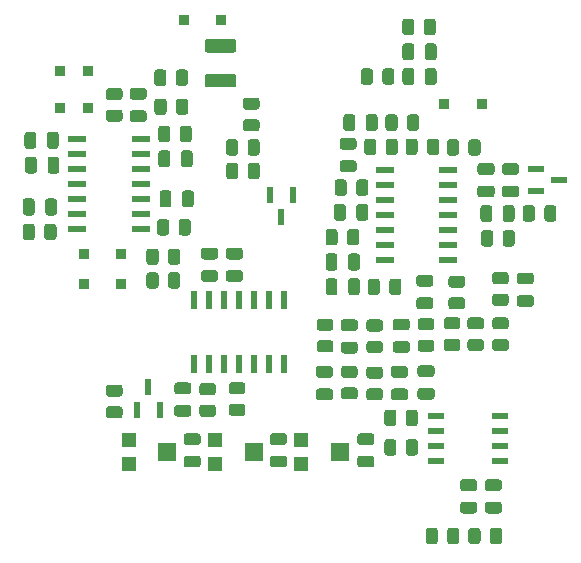
<source format=gtp>
G04 #@! TF.GenerationSoftware,KiCad,Pcbnew,(5.1.8)-1*
G04 #@! TF.CreationDate,2022-11-27T15:04:07-05:00*
G04 #@! TF.ProjectId,oc2Clone,6f633243-6c6f-46e6-952e-6b696361645f,rev?*
G04 #@! TF.SameCoordinates,Original*
G04 #@! TF.FileFunction,Paste,Top*
G04 #@! TF.FilePolarity,Positive*
%FSLAX46Y46*%
G04 Gerber Fmt 4.6, Leading zero omitted, Abs format (unit mm)*
G04 Created by KiCad (PCBNEW (5.1.8)-1) date 2022-11-27 15:04:07*
%MOMM*%
%LPD*%
G01*
G04 APERTURE LIST*
%ADD10R,1.500000X1.600000*%
%ADD11R,1.200000X1.200000*%
%ADD12R,1.460500X0.558800*%
%ADD13R,1.422400X0.558800*%
%ADD14R,0.558800X1.422400*%
%ADD15R,0.550000X1.500000*%
%ADD16R,1.500000X0.550000*%
%ADD17R,0.900000X0.950000*%
%ADD18R,0.950000X0.900000*%
G04 APERTURE END LIST*
D10*
X128500000Y-91300000D03*
D11*
X125250000Y-92300000D03*
X125250000Y-90300000D03*
D10*
X113900000Y-91300000D03*
D11*
X110650000Y-92300000D03*
X110650000Y-90300000D03*
D10*
X121200000Y-91300000D03*
D11*
X117950000Y-92300000D03*
X117950000Y-90300000D03*
G36*
G01*
X117299999Y-59275000D02*
X119500001Y-59275000D01*
G75*
G02*
X119750000Y-59524999I0J-249999D01*
G01*
X119750000Y-60175001D01*
G75*
G02*
X119500001Y-60425000I-249999J0D01*
G01*
X117299999Y-60425000D01*
G75*
G02*
X117050000Y-60175001I0J249999D01*
G01*
X117050000Y-59524999D01*
G75*
G02*
X117299999Y-59275000I249999J0D01*
G01*
G37*
G36*
G01*
X117299999Y-56325000D02*
X119500001Y-56325000D01*
G75*
G02*
X119750000Y-56574999I0J-249999D01*
G01*
X119750000Y-57225001D01*
G75*
G02*
X119500001Y-57475000I-249999J0D01*
G01*
X117299999Y-57475000D01*
G75*
G02*
X117050000Y-57225001I0J249999D01*
G01*
X117050000Y-56574999D01*
G75*
G02*
X117299999Y-56325000I249999J0D01*
G01*
G37*
D12*
X136600000Y-92070000D03*
X136600000Y-90800000D03*
X136600000Y-89530000D03*
X136600000Y-88260000D03*
X142048300Y-88260000D03*
X142048300Y-89530000D03*
X142048300Y-90800000D03*
X142048300Y-92070000D03*
D13*
X145130000Y-67300000D03*
X145130000Y-69205000D03*
X147060400Y-68252500D03*
D14*
X124505000Y-69500000D03*
X122600000Y-69500000D03*
X123552500Y-71430400D03*
X111347500Y-87730400D03*
X113252500Y-87730400D03*
X112300000Y-85800000D03*
D15*
X116160000Y-83800000D03*
X117430000Y-83800000D03*
X118700000Y-83800000D03*
X119970000Y-83800000D03*
X121240000Y-83800000D03*
X122510000Y-83800000D03*
X123780000Y-83800000D03*
X123780000Y-78400000D03*
X122510000Y-78400000D03*
X121240000Y-78400000D03*
X119970000Y-78400000D03*
X118700000Y-78400000D03*
X117430000Y-78400000D03*
X116160000Y-78400000D03*
D16*
X137700000Y-75070000D03*
X137700000Y-73800000D03*
X137700000Y-72530000D03*
X137700000Y-71260000D03*
X137700000Y-69990000D03*
X137700000Y-68720000D03*
X137700000Y-67450000D03*
X132300000Y-67450000D03*
X132300000Y-68720000D03*
X132300000Y-69990000D03*
X132300000Y-71260000D03*
X132300000Y-72530000D03*
X132300000Y-73800000D03*
X132300000Y-75070000D03*
G36*
G01*
X116995000Y-75890000D02*
X117945000Y-75890000D01*
G75*
G02*
X118195000Y-76140000I0J-250000D01*
G01*
X118195000Y-76640000D01*
G75*
G02*
X117945000Y-76890000I-250000J0D01*
G01*
X116995000Y-76890000D01*
G75*
G02*
X116745000Y-76640000I0J250000D01*
G01*
X116745000Y-76140000D01*
G75*
G02*
X116995000Y-75890000I250000J0D01*
G01*
G37*
G36*
G01*
X116995000Y-73990000D02*
X117945000Y-73990000D01*
G75*
G02*
X118195000Y-74240000I0J-250000D01*
G01*
X118195000Y-74740000D01*
G75*
G02*
X117945000Y-74990000I-250000J0D01*
G01*
X116995000Y-74990000D01*
G75*
G02*
X116745000Y-74740000I0J250000D01*
G01*
X116745000Y-74240000D01*
G75*
G02*
X116995000Y-73990000I250000J0D01*
G01*
G37*
G36*
G01*
X119095000Y-75890000D02*
X120045000Y-75890000D01*
G75*
G02*
X120295000Y-76140000I0J-250000D01*
G01*
X120295000Y-76640000D01*
G75*
G02*
X120045000Y-76890000I-250000J0D01*
G01*
X119095000Y-76890000D01*
G75*
G02*
X118845000Y-76640000I0J250000D01*
G01*
X118845000Y-76140000D01*
G75*
G02*
X119095000Y-75890000I250000J0D01*
G01*
G37*
G36*
G01*
X119095000Y-73990000D02*
X120045000Y-73990000D01*
G75*
G02*
X120295000Y-74240000I0J-250000D01*
G01*
X120295000Y-74740000D01*
G75*
G02*
X120045000Y-74990000I-250000J0D01*
G01*
X119095000Y-74990000D01*
G75*
G02*
X118845000Y-74740000I0J250000D01*
G01*
X118845000Y-74240000D01*
G75*
G02*
X119095000Y-73990000I250000J0D01*
G01*
G37*
G36*
G01*
X136787500Y-97949998D02*
X136787500Y-98850002D01*
G75*
G02*
X136537502Y-99100000I-249998J0D01*
G01*
X136012498Y-99100000D01*
G75*
G02*
X135762500Y-98850002I0J249998D01*
G01*
X135762500Y-97949998D01*
G75*
G02*
X136012498Y-97700000I249998J0D01*
G01*
X136537502Y-97700000D01*
G75*
G02*
X136787500Y-97949998I0J-249998D01*
G01*
G37*
G36*
G01*
X138612500Y-97949998D02*
X138612500Y-98850002D01*
G75*
G02*
X138362502Y-99100000I-249998J0D01*
G01*
X137837498Y-99100000D01*
G75*
G02*
X137587500Y-98850002I0J249998D01*
G01*
X137587500Y-97949998D01*
G75*
G02*
X137837498Y-97700000I249998J0D01*
G01*
X138362502Y-97700000D01*
G75*
G02*
X138612500Y-97949998I0J-249998D01*
G01*
G37*
G36*
G01*
X123775000Y-90700000D02*
X122825000Y-90700000D01*
G75*
G02*
X122575000Y-90450000I0J250000D01*
G01*
X122575000Y-89950000D01*
G75*
G02*
X122825000Y-89700000I250000J0D01*
G01*
X123775000Y-89700000D01*
G75*
G02*
X124025000Y-89950000I0J-250000D01*
G01*
X124025000Y-90450000D01*
G75*
G02*
X123775000Y-90700000I-250000J0D01*
G01*
G37*
G36*
G01*
X123775000Y-92600000D02*
X122825000Y-92600000D01*
G75*
G02*
X122575000Y-92350000I0J250000D01*
G01*
X122575000Y-91850000D01*
G75*
G02*
X122825000Y-91600000I250000J0D01*
G01*
X123775000Y-91600000D01*
G75*
G02*
X124025000Y-91850000I0J-250000D01*
G01*
X124025000Y-92350000D01*
G75*
G02*
X123775000Y-92600000I-250000J0D01*
G01*
G37*
G36*
G01*
X131175000Y-90700000D02*
X130225000Y-90700000D01*
G75*
G02*
X129975000Y-90450000I0J250000D01*
G01*
X129975000Y-89950000D01*
G75*
G02*
X130225000Y-89700000I250000J0D01*
G01*
X131175000Y-89700000D01*
G75*
G02*
X131425000Y-89950000I0J-250000D01*
G01*
X131425000Y-90450000D01*
G75*
G02*
X131175000Y-90700000I-250000J0D01*
G01*
G37*
G36*
G01*
X131175000Y-92600000D02*
X130225000Y-92600000D01*
G75*
G02*
X129975000Y-92350000I0J250000D01*
G01*
X129975000Y-91850000D01*
G75*
G02*
X130225000Y-91600000I250000J0D01*
G01*
X131175000Y-91600000D01*
G75*
G02*
X131425000Y-91850000I0J-250000D01*
G01*
X131425000Y-92350000D01*
G75*
G02*
X131175000Y-92600000I-250000J0D01*
G01*
G37*
G36*
G01*
X129200000Y-75675000D02*
X129200000Y-74725000D01*
G75*
G02*
X129450000Y-74475000I250000J0D01*
G01*
X129950000Y-74475000D01*
G75*
G02*
X130200000Y-74725000I0J-250000D01*
G01*
X130200000Y-75675000D01*
G75*
G02*
X129950000Y-75925000I-250000J0D01*
G01*
X129450000Y-75925000D01*
G75*
G02*
X129200000Y-75675000I0J250000D01*
G01*
G37*
G36*
G01*
X127300000Y-75675000D02*
X127300000Y-74725000D01*
G75*
G02*
X127550000Y-74475000I250000J0D01*
G01*
X128050000Y-74475000D01*
G75*
G02*
X128300000Y-74725000I0J-250000D01*
G01*
X128300000Y-75675000D01*
G75*
G02*
X128050000Y-75925000I-250000J0D01*
G01*
X127550000Y-75925000D01*
G75*
G02*
X127300000Y-75675000I0J250000D01*
G01*
G37*
G36*
G01*
X116475000Y-90700000D02*
X115525000Y-90700000D01*
G75*
G02*
X115275000Y-90450000I0J250000D01*
G01*
X115275000Y-89950000D01*
G75*
G02*
X115525000Y-89700000I250000J0D01*
G01*
X116475000Y-89700000D01*
G75*
G02*
X116725000Y-89950000I0J-250000D01*
G01*
X116725000Y-90450000D01*
G75*
G02*
X116475000Y-90700000I-250000J0D01*
G01*
G37*
G36*
G01*
X116475000Y-92600000D02*
X115525000Y-92600000D01*
G75*
G02*
X115275000Y-92350000I0J250000D01*
G01*
X115275000Y-91850000D01*
G75*
G02*
X115525000Y-91600000I250000J0D01*
G01*
X116475000Y-91600000D01*
G75*
G02*
X116725000Y-91850000I0J-250000D01*
G01*
X116725000Y-92350000D01*
G75*
G02*
X116475000Y-92600000I-250000J0D01*
G01*
G37*
G36*
G01*
X143725000Y-78000000D02*
X144675000Y-78000000D01*
G75*
G02*
X144925000Y-78250000I0J-250000D01*
G01*
X144925000Y-78750000D01*
G75*
G02*
X144675000Y-79000000I-250000J0D01*
G01*
X143725000Y-79000000D01*
G75*
G02*
X143475000Y-78750000I0J250000D01*
G01*
X143475000Y-78250000D01*
G75*
G02*
X143725000Y-78000000I250000J0D01*
G01*
G37*
G36*
G01*
X143725000Y-76100000D02*
X144675000Y-76100000D01*
G75*
G02*
X144925000Y-76350000I0J-250000D01*
G01*
X144925000Y-76850000D01*
G75*
G02*
X144675000Y-77100000I-250000J0D01*
G01*
X143725000Y-77100000D01*
G75*
G02*
X143475000Y-76850000I0J250000D01*
G01*
X143475000Y-76350000D01*
G75*
G02*
X143725000Y-76100000I250000J0D01*
G01*
G37*
G36*
G01*
X134800000Y-59025000D02*
X134800000Y-59975000D01*
G75*
G02*
X134550000Y-60225000I-250000J0D01*
G01*
X134050000Y-60225000D01*
G75*
G02*
X133800000Y-59975000I0J250000D01*
G01*
X133800000Y-59025000D01*
G75*
G02*
X134050000Y-58775000I250000J0D01*
G01*
X134550000Y-58775000D01*
G75*
G02*
X134800000Y-59025000I0J-250000D01*
G01*
G37*
G36*
G01*
X136700000Y-59025000D02*
X136700000Y-59975000D01*
G75*
G02*
X136450000Y-60225000I-250000J0D01*
G01*
X135950000Y-60225000D01*
G75*
G02*
X135700000Y-59975000I0J250000D01*
G01*
X135700000Y-59025000D01*
G75*
G02*
X135950000Y-58775000I250000J0D01*
G01*
X136450000Y-58775000D01*
G75*
G02*
X136700000Y-59025000I0J-250000D01*
G01*
G37*
G36*
G01*
X128825000Y-81950000D02*
X129775000Y-81950000D01*
G75*
G02*
X130025000Y-82200000I0J-250000D01*
G01*
X130025000Y-82700000D01*
G75*
G02*
X129775000Y-82950000I-250000J0D01*
G01*
X128825000Y-82950000D01*
G75*
G02*
X128575000Y-82700000I0J250000D01*
G01*
X128575000Y-82200000D01*
G75*
G02*
X128825000Y-81950000I250000J0D01*
G01*
G37*
G36*
G01*
X128825000Y-80050000D02*
X129775000Y-80050000D01*
G75*
G02*
X130025000Y-80300000I0J-250000D01*
G01*
X130025000Y-80800000D01*
G75*
G02*
X129775000Y-81050000I-250000J0D01*
G01*
X128825000Y-81050000D01*
G75*
G02*
X128575000Y-80800000I0J250000D01*
G01*
X128575000Y-80300000D01*
G75*
G02*
X128825000Y-80050000I250000J0D01*
G01*
G37*
G36*
G01*
X134800000Y-56925000D02*
X134800000Y-57875000D01*
G75*
G02*
X134550000Y-58125000I-250000J0D01*
G01*
X134050000Y-58125000D01*
G75*
G02*
X133800000Y-57875000I0J250000D01*
G01*
X133800000Y-56925000D01*
G75*
G02*
X134050000Y-56675000I250000J0D01*
G01*
X134550000Y-56675000D01*
G75*
G02*
X134800000Y-56925000I0J-250000D01*
G01*
G37*
G36*
G01*
X136700000Y-56925000D02*
X136700000Y-57875000D01*
G75*
G02*
X136450000Y-58125000I-250000J0D01*
G01*
X135950000Y-58125000D01*
G75*
G02*
X135700000Y-57875000I0J250000D01*
G01*
X135700000Y-56925000D01*
G75*
G02*
X135950000Y-56675000I250000J0D01*
G01*
X136450000Y-56675000D01*
G75*
G02*
X136700000Y-56925000I0J-250000D01*
G01*
G37*
G36*
G01*
X129200000Y-77775000D02*
X129200000Y-76825000D01*
G75*
G02*
X129450000Y-76575000I250000J0D01*
G01*
X129950000Y-76575000D01*
G75*
G02*
X130200000Y-76825000I0J-250000D01*
G01*
X130200000Y-77775000D01*
G75*
G02*
X129950000Y-78025000I-250000J0D01*
G01*
X129450000Y-78025000D01*
G75*
G02*
X129200000Y-77775000I0J250000D01*
G01*
G37*
G36*
G01*
X127300000Y-77775000D02*
X127300000Y-76825000D01*
G75*
G02*
X127550000Y-76575000I250000J0D01*
G01*
X128050000Y-76575000D01*
G75*
G02*
X128300000Y-76825000I0J-250000D01*
G01*
X128300000Y-77775000D01*
G75*
G02*
X128050000Y-78025000I-250000J0D01*
G01*
X127550000Y-78025000D01*
G75*
G02*
X127300000Y-77775000I0J250000D01*
G01*
G37*
G36*
G01*
X141975000Y-94600000D02*
X141025000Y-94600000D01*
G75*
G02*
X140775000Y-94350000I0J250000D01*
G01*
X140775000Y-93850000D01*
G75*
G02*
X141025000Y-93600000I250000J0D01*
G01*
X141975000Y-93600000D01*
G75*
G02*
X142225000Y-93850000I0J-250000D01*
G01*
X142225000Y-94350000D01*
G75*
G02*
X141975000Y-94600000I-250000J0D01*
G01*
G37*
G36*
G01*
X141975000Y-96500000D02*
X141025000Y-96500000D01*
G75*
G02*
X140775000Y-96250000I0J250000D01*
G01*
X140775000Y-95750000D01*
G75*
G02*
X141025000Y-95500000I250000J0D01*
G01*
X141975000Y-95500000D01*
G75*
G02*
X142225000Y-95750000I0J-250000D01*
G01*
X142225000Y-96250000D01*
G75*
G02*
X141975000Y-96500000I-250000J0D01*
G01*
G37*
G36*
G01*
X139875000Y-94600000D02*
X138925000Y-94600000D01*
G75*
G02*
X138675000Y-94350000I0J250000D01*
G01*
X138675000Y-93850000D01*
G75*
G02*
X138925000Y-93600000I250000J0D01*
G01*
X139875000Y-93600000D01*
G75*
G02*
X140125000Y-93850000I0J-250000D01*
G01*
X140125000Y-94350000D01*
G75*
G02*
X139875000Y-94600000I-250000J0D01*
G01*
G37*
G36*
G01*
X139875000Y-96500000D02*
X138925000Y-96500000D01*
G75*
G02*
X138675000Y-96250000I0J250000D01*
G01*
X138675000Y-95750000D01*
G75*
G02*
X138925000Y-95500000I250000J0D01*
G01*
X139875000Y-95500000D01*
G75*
G02*
X140125000Y-95750000I0J-250000D01*
G01*
X140125000Y-96250000D01*
G75*
G02*
X139875000Y-96500000I-250000J0D01*
G01*
G37*
G36*
G01*
X110945000Y-62360000D02*
X111895000Y-62360000D01*
G75*
G02*
X112145000Y-62610000I0J-250000D01*
G01*
X112145000Y-63110000D01*
G75*
G02*
X111895000Y-63360000I-250000J0D01*
G01*
X110945000Y-63360000D01*
G75*
G02*
X110695000Y-63110000I0J250000D01*
G01*
X110695000Y-62610000D01*
G75*
G02*
X110945000Y-62360000I250000J0D01*
G01*
G37*
G36*
G01*
X110945000Y-60460000D02*
X111895000Y-60460000D01*
G75*
G02*
X112145000Y-60710000I0J-250000D01*
G01*
X112145000Y-61210000D01*
G75*
G02*
X111895000Y-61460000I-250000J0D01*
G01*
X110945000Y-61460000D01*
G75*
G02*
X110695000Y-61210000I0J250000D01*
G01*
X110695000Y-60710000D01*
G75*
G02*
X110945000Y-60460000I250000J0D01*
G01*
G37*
G36*
G01*
X103550000Y-71015000D02*
X103550000Y-70065000D01*
G75*
G02*
X103800000Y-69815000I250000J0D01*
G01*
X104300000Y-69815000D01*
G75*
G02*
X104550000Y-70065000I0J-250000D01*
G01*
X104550000Y-71015000D01*
G75*
G02*
X104300000Y-71265000I-250000J0D01*
G01*
X103800000Y-71265000D01*
G75*
G02*
X103550000Y-71015000I0J250000D01*
G01*
G37*
G36*
G01*
X101650000Y-71015000D02*
X101650000Y-70065000D01*
G75*
G02*
X101900000Y-69815000I250000J0D01*
G01*
X102400000Y-69815000D01*
G75*
G02*
X102650000Y-70065000I0J-250000D01*
G01*
X102650000Y-71015000D01*
G75*
G02*
X102400000Y-71265000I-250000J0D01*
G01*
X101900000Y-71265000D01*
G75*
G02*
X101650000Y-71015000I0J250000D01*
G01*
G37*
G36*
G01*
X134175000Y-81000000D02*
X133225000Y-81000000D01*
G75*
G02*
X132975000Y-80750000I0J250000D01*
G01*
X132975000Y-80250000D01*
G75*
G02*
X133225000Y-80000000I250000J0D01*
G01*
X134175000Y-80000000D01*
G75*
G02*
X134425000Y-80250000I0J-250000D01*
G01*
X134425000Y-80750000D01*
G75*
G02*
X134175000Y-81000000I-250000J0D01*
G01*
G37*
G36*
G01*
X134175000Y-82900000D02*
X133225000Y-82900000D01*
G75*
G02*
X132975000Y-82650000I0J250000D01*
G01*
X132975000Y-82150000D01*
G75*
G02*
X133225000Y-81900000I250000J0D01*
G01*
X134175000Y-81900000D01*
G75*
G02*
X134425000Y-82150000I0J-250000D01*
G01*
X134425000Y-82650000D01*
G75*
G02*
X134175000Y-82900000I-250000J0D01*
G01*
G37*
G36*
G01*
X133075000Y-85900000D02*
X134025000Y-85900000D01*
G75*
G02*
X134275000Y-86150000I0J-250000D01*
G01*
X134275000Y-86650000D01*
G75*
G02*
X134025000Y-86900000I-250000J0D01*
G01*
X133075000Y-86900000D01*
G75*
G02*
X132825000Y-86650000I0J250000D01*
G01*
X132825000Y-86150000D01*
G75*
G02*
X133075000Y-85900000I250000J0D01*
G01*
G37*
G36*
G01*
X133075000Y-84000000D02*
X134025000Y-84000000D01*
G75*
G02*
X134275000Y-84250000I0J-250000D01*
G01*
X134275000Y-84750000D01*
G75*
G02*
X134025000Y-85000000I-250000J0D01*
G01*
X133075000Y-85000000D01*
G75*
G02*
X132825000Y-84750000I0J250000D01*
G01*
X132825000Y-84250000D01*
G75*
G02*
X133075000Y-84000000I250000J0D01*
G01*
G37*
G36*
G01*
X142300000Y-71575000D02*
X142300000Y-70625000D01*
G75*
G02*
X142550000Y-70375000I250000J0D01*
G01*
X143050000Y-70375000D01*
G75*
G02*
X143300000Y-70625000I0J-250000D01*
G01*
X143300000Y-71575000D01*
G75*
G02*
X143050000Y-71825000I-250000J0D01*
G01*
X142550000Y-71825000D01*
G75*
G02*
X142300000Y-71575000I0J250000D01*
G01*
G37*
G36*
G01*
X140400000Y-71575000D02*
X140400000Y-70625000D01*
G75*
G02*
X140650000Y-70375000I250000J0D01*
G01*
X141150000Y-70375000D01*
G75*
G02*
X141400000Y-70625000I0J-250000D01*
G01*
X141400000Y-71575000D01*
G75*
G02*
X141150000Y-71825000I-250000J0D01*
G01*
X140650000Y-71825000D01*
G75*
G02*
X140400000Y-71575000I0J250000D01*
G01*
G37*
G36*
G01*
X103750000Y-67475000D02*
X103750000Y-66525000D01*
G75*
G02*
X104000000Y-66275000I250000J0D01*
G01*
X104500000Y-66275000D01*
G75*
G02*
X104750000Y-66525000I0J-250000D01*
G01*
X104750000Y-67475000D01*
G75*
G02*
X104500000Y-67725000I-250000J0D01*
G01*
X104000000Y-67725000D01*
G75*
G02*
X103750000Y-67475000I0J250000D01*
G01*
G37*
G36*
G01*
X101850000Y-67475000D02*
X101850000Y-66525000D01*
G75*
G02*
X102100000Y-66275000I250000J0D01*
G01*
X102600000Y-66275000D01*
G75*
G02*
X102850000Y-66525000I0J-250000D01*
G01*
X102850000Y-67475000D01*
G75*
G02*
X102600000Y-67725000I-250000J0D01*
G01*
X102100000Y-67725000D01*
G75*
G02*
X101850000Y-67475000I0J250000D01*
G01*
G37*
G36*
G01*
X103700000Y-65375000D02*
X103700000Y-64425000D01*
G75*
G02*
X103950000Y-64175000I250000J0D01*
G01*
X104450000Y-64175000D01*
G75*
G02*
X104700000Y-64425000I0J-250000D01*
G01*
X104700000Y-65375000D01*
G75*
G02*
X104450000Y-65625000I-250000J0D01*
G01*
X103950000Y-65625000D01*
G75*
G02*
X103700000Y-65375000I0J250000D01*
G01*
G37*
G36*
G01*
X101800000Y-65375000D02*
X101800000Y-64425000D01*
G75*
G02*
X102050000Y-64175000I250000J0D01*
G01*
X102550000Y-64175000D01*
G75*
G02*
X102800000Y-64425000I0J-250000D01*
G01*
X102800000Y-65375000D01*
G75*
G02*
X102550000Y-65625000I-250000J0D01*
G01*
X102050000Y-65625000D01*
G75*
G02*
X101800000Y-65375000I0J250000D01*
G01*
G37*
G36*
G01*
X127675000Y-85000000D02*
X126725000Y-85000000D01*
G75*
G02*
X126475000Y-84750000I0J250000D01*
G01*
X126475000Y-84250000D01*
G75*
G02*
X126725000Y-84000000I250000J0D01*
G01*
X127675000Y-84000000D01*
G75*
G02*
X127925000Y-84250000I0J-250000D01*
G01*
X127925000Y-84750000D01*
G75*
G02*
X127675000Y-85000000I-250000J0D01*
G01*
G37*
G36*
G01*
X127675000Y-86900000D02*
X126725000Y-86900000D01*
G75*
G02*
X126475000Y-86650000I0J250000D01*
G01*
X126475000Y-86150000D01*
G75*
G02*
X126725000Y-85900000I250000J0D01*
G01*
X127675000Y-85900000D01*
G75*
G02*
X127925000Y-86150000I0J-250000D01*
G01*
X127925000Y-86650000D01*
G75*
G02*
X127675000Y-86900000I-250000J0D01*
G01*
G37*
G36*
G01*
X136275000Y-84950000D02*
X135325000Y-84950000D01*
G75*
G02*
X135075000Y-84700000I0J250000D01*
G01*
X135075000Y-84200000D01*
G75*
G02*
X135325000Y-83950000I250000J0D01*
G01*
X136275000Y-83950000D01*
G75*
G02*
X136525000Y-84200000I0J-250000D01*
G01*
X136525000Y-84700000D01*
G75*
G02*
X136275000Y-84950000I-250000J0D01*
G01*
G37*
G36*
G01*
X136275000Y-86850000D02*
X135325000Y-86850000D01*
G75*
G02*
X135075000Y-86600000I0J250000D01*
G01*
X135075000Y-86100000D01*
G75*
G02*
X135325000Y-85850000I250000J0D01*
G01*
X136275000Y-85850000D01*
G75*
G02*
X136525000Y-86100000I0J-250000D01*
G01*
X136525000Y-86600000D01*
G75*
G02*
X136275000Y-86850000I-250000J0D01*
G01*
G37*
G36*
G01*
X136175000Y-77300000D02*
X135225000Y-77300000D01*
G75*
G02*
X134975000Y-77050000I0J250000D01*
G01*
X134975000Y-76550000D01*
G75*
G02*
X135225000Y-76300000I250000J0D01*
G01*
X136175000Y-76300000D01*
G75*
G02*
X136425000Y-76550000I0J-250000D01*
G01*
X136425000Y-77050000D01*
G75*
G02*
X136175000Y-77300000I-250000J0D01*
G01*
G37*
G36*
G01*
X136175000Y-79200000D02*
X135225000Y-79200000D01*
G75*
G02*
X134975000Y-78950000I0J250000D01*
G01*
X134975000Y-78450000D01*
G75*
G02*
X135225000Y-78200000I250000J0D01*
G01*
X136175000Y-78200000D01*
G75*
G02*
X136425000Y-78450000I0J-250000D01*
G01*
X136425000Y-78950000D01*
G75*
G02*
X136175000Y-79200000I-250000J0D01*
G01*
G37*
G36*
G01*
X127700002Y-81037500D02*
X126799998Y-81037500D01*
G75*
G02*
X126550000Y-80787502I0J249998D01*
G01*
X126550000Y-80262498D01*
G75*
G02*
X126799998Y-80012500I249998J0D01*
G01*
X127700002Y-80012500D01*
G75*
G02*
X127950000Y-80262498I0J-249998D01*
G01*
X127950000Y-80787502D01*
G75*
G02*
X127700002Y-81037500I-249998J0D01*
G01*
G37*
G36*
G01*
X127700002Y-82862500D02*
X126799998Y-82862500D01*
G75*
G02*
X126550000Y-82612502I0J249998D01*
G01*
X126550000Y-82087498D01*
G75*
G02*
X126799998Y-81837500I249998J0D01*
G01*
X127700002Y-81837500D01*
G75*
G02*
X127950000Y-82087498I0J-249998D01*
G01*
X127950000Y-82612502D01*
G75*
G02*
X127700002Y-82862500I-249998J0D01*
G01*
G37*
G36*
G01*
X129112500Y-73550002D02*
X129112500Y-72649998D01*
G75*
G02*
X129362498Y-72400000I249998J0D01*
G01*
X129887502Y-72400000D01*
G75*
G02*
X130137500Y-72649998I0J-249998D01*
G01*
X130137500Y-73550002D01*
G75*
G02*
X129887502Y-73800000I-249998J0D01*
G01*
X129362498Y-73800000D01*
G75*
G02*
X129112500Y-73550002I0J249998D01*
G01*
G37*
G36*
G01*
X127287500Y-73550002D02*
X127287500Y-72649998D01*
G75*
G02*
X127537498Y-72400000I249998J0D01*
G01*
X128062502Y-72400000D01*
G75*
G02*
X128312500Y-72649998I0J-249998D01*
G01*
X128312500Y-73550002D01*
G75*
G02*
X128062502Y-73800000I-249998J0D01*
G01*
X127537498Y-73800000D01*
G75*
G02*
X127287500Y-73550002I0J249998D01*
G01*
G37*
G36*
G01*
X130700000Y-63875000D02*
X130700000Y-62925000D01*
G75*
G02*
X130950000Y-62675000I250000J0D01*
G01*
X131450000Y-62675000D01*
G75*
G02*
X131700000Y-62925000I0J-250000D01*
G01*
X131700000Y-63875000D01*
G75*
G02*
X131450000Y-64125000I-250000J0D01*
G01*
X130950000Y-64125000D01*
G75*
G02*
X130700000Y-63875000I0J250000D01*
G01*
G37*
G36*
G01*
X128800000Y-63875000D02*
X128800000Y-62925000D01*
G75*
G02*
X129050000Y-62675000I250000J0D01*
G01*
X129550000Y-62675000D01*
G75*
G02*
X129800000Y-62925000I0J-250000D01*
G01*
X129800000Y-63875000D01*
G75*
G02*
X129550000Y-64125000I-250000J0D01*
G01*
X129050000Y-64125000D01*
G75*
G02*
X128800000Y-63875000I0J250000D01*
G01*
G37*
D17*
X109990000Y-74560000D03*
X106840000Y-74560000D03*
G36*
G01*
X129900000Y-71475000D02*
X129900000Y-70525000D01*
G75*
G02*
X130150000Y-70275000I250000J0D01*
G01*
X130650000Y-70275000D01*
G75*
G02*
X130900000Y-70525000I0J-250000D01*
G01*
X130900000Y-71475000D01*
G75*
G02*
X130650000Y-71725000I-250000J0D01*
G01*
X130150000Y-71725000D01*
G75*
G02*
X129900000Y-71475000I0J250000D01*
G01*
G37*
G36*
G01*
X128000000Y-71475000D02*
X128000000Y-70525000D01*
G75*
G02*
X128250000Y-70275000I250000J0D01*
G01*
X128750000Y-70275000D01*
G75*
G02*
X129000000Y-70525000I0J-250000D01*
G01*
X129000000Y-71475000D01*
G75*
G02*
X128750000Y-71725000I-250000J0D01*
G01*
X128250000Y-71725000D01*
G75*
G02*
X128000000Y-71475000I0J250000D01*
G01*
G37*
G36*
G01*
X141487500Y-72749998D02*
X141487500Y-73650002D01*
G75*
G02*
X141237502Y-73900000I-249998J0D01*
G01*
X140712498Y-73900000D01*
G75*
G02*
X140462500Y-73650002I0J249998D01*
G01*
X140462500Y-72749998D01*
G75*
G02*
X140712498Y-72500000I249998J0D01*
G01*
X141237502Y-72500000D01*
G75*
G02*
X141487500Y-72749998I0J-249998D01*
G01*
G37*
G36*
G01*
X143312500Y-72749998D02*
X143312500Y-73650002D01*
G75*
G02*
X143062502Y-73900000I-249998J0D01*
G01*
X142537498Y-73900000D01*
G75*
G02*
X142287500Y-73650002I0J249998D01*
G01*
X142287500Y-72749998D01*
G75*
G02*
X142537498Y-72500000I249998J0D01*
G01*
X143062502Y-72500000D01*
G75*
G02*
X143312500Y-72749998I0J-249998D01*
G01*
G37*
G36*
G01*
X142475000Y-68725000D02*
X143425000Y-68725000D01*
G75*
G02*
X143675000Y-68975000I0J-250000D01*
G01*
X143675000Y-69475000D01*
G75*
G02*
X143425000Y-69725000I-250000J0D01*
G01*
X142475000Y-69725000D01*
G75*
G02*
X142225000Y-69475000I0J250000D01*
G01*
X142225000Y-68975000D01*
G75*
G02*
X142475000Y-68725000I250000J0D01*
G01*
G37*
G36*
G01*
X142475000Y-66825000D02*
X143425000Y-66825000D01*
G75*
G02*
X143675000Y-67075000I0J-250000D01*
G01*
X143675000Y-67575000D01*
G75*
G02*
X143425000Y-67825000I-250000J0D01*
G01*
X142475000Y-67825000D01*
G75*
G02*
X142225000Y-67575000I0J250000D01*
G01*
X142225000Y-67075000D01*
G75*
G02*
X142475000Y-66825000I250000J0D01*
G01*
G37*
X118450000Y-54700000D03*
X115300000Y-54700000D03*
G36*
G01*
X114240000Y-69385000D02*
X114240000Y-70335000D01*
G75*
G02*
X113990000Y-70585000I-250000J0D01*
G01*
X113490000Y-70585000D01*
G75*
G02*
X113240000Y-70335000I0J250000D01*
G01*
X113240000Y-69385000D01*
G75*
G02*
X113490000Y-69135000I250000J0D01*
G01*
X113990000Y-69135000D01*
G75*
G02*
X114240000Y-69385000I0J-250000D01*
G01*
G37*
G36*
G01*
X116140000Y-69385000D02*
X116140000Y-70335000D01*
G75*
G02*
X115890000Y-70585000I-250000J0D01*
G01*
X115390000Y-70585000D01*
G75*
G02*
X115140000Y-70335000I0J250000D01*
G01*
X115140000Y-69385000D01*
G75*
G02*
X115390000Y-69135000I250000J0D01*
G01*
X115890000Y-69135000D01*
G75*
G02*
X116140000Y-69385000I0J-250000D01*
G01*
G37*
D18*
X104800000Y-59050000D03*
X104800000Y-62200000D03*
D17*
X140500000Y-61800000D03*
X137350000Y-61800000D03*
G36*
G01*
X114725000Y-87300000D02*
X115675000Y-87300000D01*
G75*
G02*
X115925000Y-87550000I0J-250000D01*
G01*
X115925000Y-88050000D01*
G75*
G02*
X115675000Y-88300000I-250000J0D01*
G01*
X114725000Y-88300000D01*
G75*
G02*
X114475000Y-88050000I0J250000D01*
G01*
X114475000Y-87550000D01*
G75*
G02*
X114725000Y-87300000I250000J0D01*
G01*
G37*
G36*
G01*
X114725000Y-85400000D02*
X115675000Y-85400000D01*
G75*
G02*
X115925000Y-85650000I0J-250000D01*
G01*
X115925000Y-86150000D01*
G75*
G02*
X115675000Y-86400000I-250000J0D01*
G01*
X114725000Y-86400000D01*
G75*
G02*
X114475000Y-86150000I0J250000D01*
G01*
X114475000Y-85650000D01*
G75*
G02*
X114725000Y-85400000I250000J0D01*
G01*
G37*
G36*
G01*
X134812500Y-54849998D02*
X134812500Y-55750002D01*
G75*
G02*
X134562502Y-56000000I-249998J0D01*
G01*
X134037498Y-56000000D01*
G75*
G02*
X133787500Y-55750002I0J249998D01*
G01*
X133787500Y-54849998D01*
G75*
G02*
X134037498Y-54600000I249998J0D01*
G01*
X134562502Y-54600000D01*
G75*
G02*
X134812500Y-54849998I0J-249998D01*
G01*
G37*
G36*
G01*
X136637500Y-54849998D02*
X136637500Y-55750002D01*
G75*
G02*
X136387502Y-56000000I-249998J0D01*
G01*
X135862498Y-56000000D01*
G75*
G02*
X135612500Y-55750002I0J249998D01*
G01*
X135612500Y-54849998D01*
G75*
G02*
X135862498Y-54600000I249998J0D01*
G01*
X136387502Y-54600000D01*
G75*
G02*
X136637500Y-54849998I0J-249998D01*
G01*
G37*
G36*
G01*
X130999998Y-81887500D02*
X131900002Y-81887500D01*
G75*
G02*
X132150000Y-82137498I0J-249998D01*
G01*
X132150000Y-82662502D01*
G75*
G02*
X131900002Y-82912500I-249998J0D01*
G01*
X130999998Y-82912500D01*
G75*
G02*
X130750000Y-82662502I0J249998D01*
G01*
X130750000Y-82137498D01*
G75*
G02*
X130999998Y-81887500I249998J0D01*
G01*
G37*
G36*
G01*
X130999998Y-80062500D02*
X131900002Y-80062500D01*
G75*
G02*
X132150000Y-80312498I0J-249998D01*
G01*
X132150000Y-80837502D01*
G75*
G02*
X131900002Y-81087500I-249998J0D01*
G01*
X130999998Y-81087500D01*
G75*
G02*
X130750000Y-80837502I0J249998D01*
G01*
X130750000Y-80312498D01*
G75*
G02*
X130999998Y-80062500I249998J0D01*
G01*
G37*
G36*
G01*
X141649998Y-81712500D02*
X142550002Y-81712500D01*
G75*
G02*
X142800000Y-81962498I0J-249998D01*
G01*
X142800000Y-82487502D01*
G75*
G02*
X142550002Y-82737500I-249998J0D01*
G01*
X141649998Y-82737500D01*
G75*
G02*
X141400000Y-82487502I0J249998D01*
G01*
X141400000Y-81962498D01*
G75*
G02*
X141649998Y-81712500I249998J0D01*
G01*
G37*
G36*
G01*
X141649998Y-79887500D02*
X142550002Y-79887500D01*
G75*
G02*
X142800000Y-80137498I0J-249998D01*
G01*
X142800000Y-80662502D01*
G75*
G02*
X142550002Y-80912500I-249998J0D01*
G01*
X141649998Y-80912500D01*
G75*
G02*
X141400000Y-80662502I0J249998D01*
G01*
X141400000Y-80137498D01*
G75*
G02*
X141649998Y-79887500I249998J0D01*
G01*
G37*
G36*
G01*
X131300000Y-59049998D02*
X131300000Y-59950002D01*
G75*
G02*
X131050002Y-60200000I-249998J0D01*
G01*
X130524998Y-60200000D01*
G75*
G02*
X130275000Y-59950002I0J249998D01*
G01*
X130275000Y-59049998D01*
G75*
G02*
X130524998Y-58800000I249998J0D01*
G01*
X131050002Y-58800000D01*
G75*
G02*
X131300000Y-59049998I0J-249998D01*
G01*
G37*
G36*
G01*
X133125000Y-59049998D02*
X133125000Y-59950002D01*
G75*
G02*
X132875002Y-60200000I-249998J0D01*
G01*
X132349998Y-60200000D01*
G75*
G02*
X132100000Y-59950002I0J249998D01*
G01*
X132100000Y-59049998D01*
G75*
G02*
X132349998Y-58800000I249998J0D01*
G01*
X132875002Y-58800000D01*
G75*
G02*
X133125000Y-59049998I0J-249998D01*
G01*
G37*
G36*
G01*
X140400000Y-68725000D02*
X141350000Y-68725000D01*
G75*
G02*
X141600000Y-68975000I0J-250000D01*
G01*
X141600000Y-69475000D01*
G75*
G02*
X141350000Y-69725000I-250000J0D01*
G01*
X140400000Y-69725000D01*
G75*
G02*
X140150000Y-69475000I0J250000D01*
G01*
X140150000Y-68975000D01*
G75*
G02*
X140400000Y-68725000I250000J0D01*
G01*
G37*
G36*
G01*
X140400000Y-66825000D02*
X141350000Y-66825000D01*
G75*
G02*
X141600000Y-67075000I0J-250000D01*
G01*
X141600000Y-67575000D01*
G75*
G02*
X141350000Y-67825000I-250000J0D01*
G01*
X140400000Y-67825000D01*
G75*
G02*
X140150000Y-67575000I0J250000D01*
G01*
X140150000Y-67075000D01*
G75*
G02*
X140400000Y-66825000I250000J0D01*
G01*
G37*
G36*
G01*
X141649998Y-77887500D02*
X142550002Y-77887500D01*
G75*
G02*
X142800000Y-78137498I0J-249998D01*
G01*
X142800000Y-78662502D01*
G75*
G02*
X142550002Y-78912500I-249998J0D01*
G01*
X141649998Y-78912500D01*
G75*
G02*
X141400000Y-78662502I0J249998D01*
G01*
X141400000Y-78137498D01*
G75*
G02*
X141649998Y-77887500I249998J0D01*
G01*
G37*
G36*
G01*
X141649998Y-76062500D02*
X142550002Y-76062500D01*
G75*
G02*
X142800000Y-76312498I0J-249998D01*
G01*
X142800000Y-76837502D01*
G75*
G02*
X142550002Y-77087500I-249998J0D01*
G01*
X141649998Y-77087500D01*
G75*
G02*
X141400000Y-76837502I0J249998D01*
G01*
X141400000Y-76312498D01*
G75*
G02*
X141649998Y-76062500I249998J0D01*
G01*
G37*
G36*
G01*
X114140000Y-65985000D02*
X114140000Y-66935000D01*
G75*
G02*
X113890000Y-67185000I-250000J0D01*
G01*
X113390000Y-67185000D01*
G75*
G02*
X113140000Y-66935000I0J250000D01*
G01*
X113140000Y-65985000D01*
G75*
G02*
X113390000Y-65735000I250000J0D01*
G01*
X113890000Y-65735000D01*
G75*
G02*
X114140000Y-65985000I0J-250000D01*
G01*
G37*
G36*
G01*
X116040000Y-65985000D02*
X116040000Y-66935000D01*
G75*
G02*
X115790000Y-67185000I-250000J0D01*
G01*
X115290000Y-67185000D01*
G75*
G02*
X115040000Y-66935000I0J250000D01*
G01*
X115040000Y-65985000D01*
G75*
G02*
X115290000Y-65735000I250000J0D01*
G01*
X115790000Y-65735000D01*
G75*
G02*
X116040000Y-65985000I0J-250000D01*
G01*
G37*
G36*
G01*
X128725000Y-66600000D02*
X129675000Y-66600000D01*
G75*
G02*
X129925000Y-66850000I0J-250000D01*
G01*
X129925000Y-67350000D01*
G75*
G02*
X129675000Y-67600000I-250000J0D01*
G01*
X128725000Y-67600000D01*
G75*
G02*
X128475000Y-67350000I0J250000D01*
G01*
X128475000Y-66850000D01*
G75*
G02*
X128725000Y-66600000I250000J0D01*
G01*
G37*
G36*
G01*
X128725000Y-64700000D02*
X129675000Y-64700000D01*
G75*
G02*
X129925000Y-64950000I0J-250000D01*
G01*
X129925000Y-65450000D01*
G75*
G02*
X129675000Y-65700000I-250000J0D01*
G01*
X128725000Y-65700000D01*
G75*
G02*
X128475000Y-65450000I0J250000D01*
G01*
X128475000Y-64950000D01*
G75*
G02*
X128725000Y-64700000I250000J0D01*
G01*
G37*
X106840000Y-77060000D03*
X109990000Y-77060000D03*
D18*
X107200000Y-59050000D03*
X107200000Y-62200000D03*
G36*
G01*
X145012500Y-70639998D02*
X145012500Y-71540002D01*
G75*
G02*
X144762502Y-71790000I-249998J0D01*
G01*
X144237498Y-71790000D01*
G75*
G02*
X143987500Y-71540002I0J249998D01*
G01*
X143987500Y-70639998D01*
G75*
G02*
X144237498Y-70390000I249998J0D01*
G01*
X144762502Y-70390000D01*
G75*
G02*
X145012500Y-70639998I0J-249998D01*
G01*
G37*
G36*
G01*
X146837500Y-70639998D02*
X146837500Y-71540002D01*
G75*
G02*
X146587502Y-71790000I-249998J0D01*
G01*
X146062498Y-71790000D01*
G75*
G02*
X145812500Y-71540002I0J249998D01*
G01*
X145812500Y-70639998D01*
G75*
G02*
X146062498Y-70390000I249998J0D01*
G01*
X146587502Y-70390000D01*
G75*
G02*
X146837500Y-70639998I0J-249998D01*
G01*
G37*
G36*
G01*
X141212500Y-98850002D02*
X141212500Y-97949998D01*
G75*
G02*
X141462498Y-97700000I249998J0D01*
G01*
X141987502Y-97700000D01*
G75*
G02*
X142237500Y-97949998I0J-249998D01*
G01*
X142237500Y-98850002D01*
G75*
G02*
X141987502Y-99100000I-249998J0D01*
G01*
X141462498Y-99100000D01*
G75*
G02*
X141212500Y-98850002I0J249998D01*
G01*
G37*
G36*
G01*
X139387500Y-98850002D02*
X139387500Y-97949998D01*
G75*
G02*
X139637498Y-97700000I249998J0D01*
G01*
X140162502Y-97700000D01*
G75*
G02*
X140412500Y-97949998I0J-249998D01*
G01*
X140412500Y-98850002D01*
G75*
G02*
X140162502Y-99100000I-249998J0D01*
G01*
X139637498Y-99100000D01*
G75*
G02*
X139387500Y-98850002I0J249998D01*
G01*
G37*
G36*
G01*
X131887500Y-76849998D02*
X131887500Y-77750002D01*
G75*
G02*
X131637502Y-78000000I-249998J0D01*
G01*
X131112498Y-78000000D01*
G75*
G02*
X130862500Y-77750002I0J249998D01*
G01*
X130862500Y-76849998D01*
G75*
G02*
X131112498Y-76600000I249998J0D01*
G01*
X131637502Y-76600000D01*
G75*
G02*
X131887500Y-76849998I0J-249998D01*
G01*
G37*
G36*
G01*
X133712500Y-76849998D02*
X133712500Y-77750002D01*
G75*
G02*
X133462502Y-78000000I-249998J0D01*
G01*
X132937498Y-78000000D01*
G75*
G02*
X132687500Y-77750002I0J249998D01*
G01*
X132687500Y-76849998D01*
G75*
G02*
X132937498Y-76600000I249998J0D01*
G01*
X133462502Y-76600000D01*
G75*
G02*
X133712500Y-76849998I0J-249998D01*
G01*
G37*
G36*
G01*
X137949998Y-78187500D02*
X138850002Y-78187500D01*
G75*
G02*
X139100000Y-78437498I0J-249998D01*
G01*
X139100000Y-78962502D01*
G75*
G02*
X138850002Y-79212500I-249998J0D01*
G01*
X137949998Y-79212500D01*
G75*
G02*
X137700000Y-78962502I0J249998D01*
G01*
X137700000Y-78437498D01*
G75*
G02*
X137949998Y-78187500I249998J0D01*
G01*
G37*
G36*
G01*
X137949998Y-76362500D02*
X138850002Y-76362500D01*
G75*
G02*
X139100000Y-76612498I0J-249998D01*
G01*
X139100000Y-77137502D01*
G75*
G02*
X138850002Y-77387500I-249998J0D01*
G01*
X137949998Y-77387500D01*
G75*
G02*
X137700000Y-77137502I0J249998D01*
G01*
X137700000Y-76612498D01*
G75*
G02*
X137949998Y-76362500I249998J0D01*
G01*
G37*
G36*
G01*
X120700000Y-67950002D02*
X120700000Y-67049998D01*
G75*
G02*
X120949998Y-66800000I249998J0D01*
G01*
X121475002Y-66800000D01*
G75*
G02*
X121725000Y-67049998I0J-249998D01*
G01*
X121725000Y-67950002D01*
G75*
G02*
X121475002Y-68200000I-249998J0D01*
G01*
X120949998Y-68200000D01*
G75*
G02*
X120700000Y-67950002I0J249998D01*
G01*
G37*
G36*
G01*
X118875000Y-67950002D02*
X118875000Y-67049998D01*
G75*
G02*
X119124998Y-66800000I249998J0D01*
G01*
X119650002Y-66800000D01*
G75*
G02*
X119900000Y-67049998I0J-249998D01*
G01*
X119900000Y-67950002D01*
G75*
G02*
X119650002Y-68200000I-249998J0D01*
G01*
X119124998Y-68200000D01*
G75*
G02*
X118875000Y-67950002I0J249998D01*
G01*
G37*
G36*
G01*
X138587500Y-65049998D02*
X138587500Y-65950002D01*
G75*
G02*
X138337502Y-66200000I-249998J0D01*
G01*
X137812498Y-66200000D01*
G75*
G02*
X137562500Y-65950002I0J249998D01*
G01*
X137562500Y-65049998D01*
G75*
G02*
X137812498Y-64800000I249998J0D01*
G01*
X138337502Y-64800000D01*
G75*
G02*
X138587500Y-65049998I0J-249998D01*
G01*
G37*
G36*
G01*
X140412500Y-65049998D02*
X140412500Y-65950002D01*
G75*
G02*
X140162502Y-66200000I-249998J0D01*
G01*
X139637498Y-66200000D01*
G75*
G02*
X139387500Y-65950002I0J249998D01*
G01*
X139387500Y-65049998D01*
G75*
G02*
X139637498Y-64800000I249998J0D01*
G01*
X140162502Y-64800000D01*
G75*
G02*
X140412500Y-65049998I0J-249998D01*
G01*
G37*
G36*
G01*
X114952500Y-64810002D02*
X114952500Y-63909998D01*
G75*
G02*
X115202498Y-63660000I249998J0D01*
G01*
X115727502Y-63660000D01*
G75*
G02*
X115977500Y-63909998I0J-249998D01*
G01*
X115977500Y-64810002D01*
G75*
G02*
X115727502Y-65060000I-249998J0D01*
G01*
X115202498Y-65060000D01*
G75*
G02*
X114952500Y-64810002I0J249998D01*
G01*
G37*
G36*
G01*
X113127500Y-64810002D02*
X113127500Y-63909998D01*
G75*
G02*
X113377498Y-63660000I249998J0D01*
G01*
X113902502Y-63660000D01*
G75*
G02*
X114152500Y-63909998I0J-249998D01*
G01*
X114152500Y-64810002D01*
G75*
G02*
X113902502Y-65060000I-249998J0D01*
G01*
X113377498Y-65060000D01*
G75*
G02*
X113127500Y-64810002I0J249998D01*
G01*
G37*
G36*
G01*
X140450002Y-80912500D02*
X139549998Y-80912500D01*
G75*
G02*
X139300000Y-80662502I0J249998D01*
G01*
X139300000Y-80137498D01*
G75*
G02*
X139549998Y-79887500I249998J0D01*
G01*
X140450002Y-79887500D01*
G75*
G02*
X140700000Y-80137498I0J-249998D01*
G01*
X140700000Y-80662502D01*
G75*
G02*
X140450002Y-80912500I-249998J0D01*
G01*
G37*
G36*
G01*
X140450002Y-82737500D02*
X139549998Y-82737500D01*
G75*
G02*
X139300000Y-82487502I0J249998D01*
G01*
X139300000Y-81962498D01*
G75*
G02*
X139549998Y-81712500I249998J0D01*
G01*
X140450002Y-81712500D01*
G75*
G02*
X140700000Y-81962498I0J-249998D01*
G01*
X140700000Y-82487502D01*
G75*
G02*
X140450002Y-82737500I-249998J0D01*
G01*
G37*
G36*
G01*
X113152500Y-74309998D02*
X113152500Y-75210002D01*
G75*
G02*
X112902502Y-75460000I-249998J0D01*
G01*
X112377498Y-75460000D01*
G75*
G02*
X112127500Y-75210002I0J249998D01*
G01*
X112127500Y-74309998D01*
G75*
G02*
X112377498Y-74060000I249998J0D01*
G01*
X112902502Y-74060000D01*
G75*
G02*
X113152500Y-74309998I0J-249998D01*
G01*
G37*
G36*
G01*
X114977500Y-74309998D02*
X114977500Y-75210002D01*
G75*
G02*
X114727502Y-75460000I-249998J0D01*
G01*
X114202498Y-75460000D01*
G75*
G02*
X113952500Y-75210002I0J249998D01*
G01*
X113952500Y-74309998D01*
G75*
G02*
X114202498Y-74060000I249998J0D01*
G01*
X114727502Y-74060000D01*
G75*
G02*
X114977500Y-74309998I0J-249998D01*
G01*
G37*
G36*
G01*
X113952500Y-77210002D02*
X113952500Y-76309998D01*
G75*
G02*
X114202498Y-76060000I249998J0D01*
G01*
X114727502Y-76060000D01*
G75*
G02*
X114977500Y-76309998I0J-249998D01*
G01*
X114977500Y-77210002D01*
G75*
G02*
X114727502Y-77460000I-249998J0D01*
G01*
X114202498Y-77460000D01*
G75*
G02*
X113952500Y-77210002I0J249998D01*
G01*
G37*
G36*
G01*
X112127500Y-77210002D02*
X112127500Y-76309998D01*
G75*
G02*
X112377498Y-76060000I249998J0D01*
G01*
X112902502Y-76060000D01*
G75*
G02*
X113152500Y-76309998I0J-249998D01*
G01*
X113152500Y-77210002D01*
G75*
G02*
X112902502Y-77460000I-249998J0D01*
G01*
X112377498Y-77460000D01*
G75*
G02*
X112127500Y-77210002I0J249998D01*
G01*
G37*
G36*
G01*
X135349998Y-81787500D02*
X136250002Y-81787500D01*
G75*
G02*
X136500000Y-82037498I0J-249998D01*
G01*
X136500000Y-82562502D01*
G75*
G02*
X136250002Y-82812500I-249998J0D01*
G01*
X135349998Y-82812500D01*
G75*
G02*
X135100000Y-82562502I0J249998D01*
G01*
X135100000Y-82037498D01*
G75*
G02*
X135349998Y-81787500I249998J0D01*
G01*
G37*
G36*
G01*
X135349998Y-79962500D02*
X136250002Y-79962500D01*
G75*
G02*
X136500000Y-80212498I0J-249998D01*
G01*
X136500000Y-80737502D01*
G75*
G02*
X136250002Y-80987500I-249998J0D01*
G01*
X135349998Y-80987500D01*
G75*
G02*
X135100000Y-80737502I0J249998D01*
G01*
X135100000Y-80212498D01*
G75*
G02*
X135349998Y-79962500I249998J0D01*
G01*
G37*
G36*
G01*
X129887500Y-69350002D02*
X129887500Y-68449998D01*
G75*
G02*
X130137498Y-68200000I249998J0D01*
G01*
X130662502Y-68200000D01*
G75*
G02*
X130912500Y-68449998I0J-249998D01*
G01*
X130912500Y-69350002D01*
G75*
G02*
X130662502Y-69600000I-249998J0D01*
G01*
X130137498Y-69600000D01*
G75*
G02*
X129887500Y-69350002I0J249998D01*
G01*
G37*
G36*
G01*
X128062500Y-69350002D02*
X128062500Y-68449998D01*
G75*
G02*
X128312498Y-68200000I249998J0D01*
G01*
X128837502Y-68200000D01*
G75*
G02*
X129087500Y-68449998I0J-249998D01*
G01*
X129087500Y-69350002D01*
G75*
G02*
X128837502Y-69600000I-249998J0D01*
G01*
X128312498Y-69600000D01*
G75*
G02*
X128062500Y-69350002I0J249998D01*
G01*
G37*
G36*
G01*
X113812500Y-59149998D02*
X113812500Y-60050002D01*
G75*
G02*
X113562502Y-60300000I-249998J0D01*
G01*
X113037498Y-60300000D01*
G75*
G02*
X112787500Y-60050002I0J249998D01*
G01*
X112787500Y-59149998D01*
G75*
G02*
X113037498Y-58900000I249998J0D01*
G01*
X113562502Y-58900000D01*
G75*
G02*
X113812500Y-59149998I0J-249998D01*
G01*
G37*
G36*
G01*
X115637500Y-59149998D02*
X115637500Y-60050002D01*
G75*
G02*
X115387502Y-60300000I-249998J0D01*
G01*
X114862498Y-60300000D01*
G75*
G02*
X114612500Y-60050002I0J249998D01*
G01*
X114612500Y-59149998D01*
G75*
G02*
X114862498Y-58900000I249998J0D01*
G01*
X115387502Y-58900000D01*
G75*
G02*
X115637500Y-59149998I0J-249998D01*
G01*
G37*
G36*
G01*
X119349998Y-87212500D02*
X120250002Y-87212500D01*
G75*
G02*
X120500000Y-87462498I0J-249998D01*
G01*
X120500000Y-87987502D01*
G75*
G02*
X120250002Y-88237500I-249998J0D01*
G01*
X119349998Y-88237500D01*
G75*
G02*
X119100000Y-87987502I0J249998D01*
G01*
X119100000Y-87462498D01*
G75*
G02*
X119349998Y-87212500I249998J0D01*
G01*
G37*
G36*
G01*
X119349998Y-85387500D02*
X120250002Y-85387500D01*
G75*
G02*
X120500000Y-85637498I0J-249998D01*
G01*
X120500000Y-86162502D01*
G75*
G02*
X120250002Y-86412500I-249998J0D01*
G01*
X119349998Y-86412500D01*
G75*
G02*
X119100000Y-86162502I0J249998D01*
G01*
X119100000Y-85637498D01*
G75*
G02*
X119349998Y-85387500I249998J0D01*
G01*
G37*
D16*
X106240000Y-64750000D03*
X106240000Y-66020000D03*
X106240000Y-67290000D03*
X106240000Y-68560000D03*
X106240000Y-69830000D03*
X106240000Y-71100000D03*
X106240000Y-72370000D03*
X111640000Y-72370000D03*
X111640000Y-71100000D03*
X111640000Y-69830000D03*
X111640000Y-68560000D03*
X111640000Y-67290000D03*
X111640000Y-66020000D03*
X111640000Y-64750000D03*
G36*
G01*
X130999998Y-85887500D02*
X131900002Y-85887500D01*
G75*
G02*
X132150000Y-86137498I0J-249998D01*
G01*
X132150000Y-86662502D01*
G75*
G02*
X131900002Y-86912500I-249998J0D01*
G01*
X130999998Y-86912500D01*
G75*
G02*
X130750000Y-86662502I0J249998D01*
G01*
X130750000Y-86137498D01*
G75*
G02*
X130999998Y-85887500I249998J0D01*
G01*
G37*
G36*
G01*
X130999998Y-84062500D02*
X131900002Y-84062500D01*
G75*
G02*
X132150000Y-84312498I0J-249998D01*
G01*
X132150000Y-84837502D01*
G75*
G02*
X131900002Y-85087500I-249998J0D01*
G01*
X130999998Y-85087500D01*
G75*
G02*
X130750000Y-84837502I0J249998D01*
G01*
X130750000Y-84312498D01*
G75*
G02*
X130999998Y-84062500I249998J0D01*
G01*
G37*
G36*
G01*
X120687500Y-65950002D02*
X120687500Y-65049998D01*
G75*
G02*
X120937498Y-64800000I249998J0D01*
G01*
X121462502Y-64800000D01*
G75*
G02*
X121712500Y-65049998I0J-249998D01*
G01*
X121712500Y-65950002D01*
G75*
G02*
X121462502Y-66200000I-249998J0D01*
G01*
X120937498Y-66200000D01*
G75*
G02*
X120687500Y-65950002I0J249998D01*
G01*
G37*
G36*
G01*
X118862500Y-65950002D02*
X118862500Y-65049998D01*
G75*
G02*
X119112498Y-64800000I249998J0D01*
G01*
X119637502Y-64800000D01*
G75*
G02*
X119887500Y-65049998I0J-249998D01*
G01*
X119887500Y-65950002D01*
G75*
G02*
X119637502Y-66200000I-249998J0D01*
G01*
X119112498Y-66200000D01*
G75*
G02*
X118862500Y-65950002I0J249998D01*
G01*
G37*
G36*
G01*
X135087500Y-64999998D02*
X135087500Y-65900002D01*
G75*
G02*
X134837502Y-66150000I-249998J0D01*
G01*
X134312498Y-66150000D01*
G75*
G02*
X134062500Y-65900002I0J249998D01*
G01*
X134062500Y-64999998D01*
G75*
G02*
X134312498Y-64750000I249998J0D01*
G01*
X134837502Y-64750000D01*
G75*
G02*
X135087500Y-64999998I0J-249998D01*
G01*
G37*
G36*
G01*
X136912500Y-64999998D02*
X136912500Y-65900002D01*
G75*
G02*
X136662502Y-66150000I-249998J0D01*
G01*
X136137498Y-66150000D01*
G75*
G02*
X135887500Y-65900002I0J249998D01*
G01*
X135887500Y-64999998D01*
G75*
G02*
X136137498Y-64750000I249998J0D01*
G01*
X136662502Y-64750000D01*
G75*
G02*
X136912500Y-64999998I0J-249998D01*
G01*
G37*
G36*
G01*
X103487500Y-73110002D02*
X103487500Y-72209998D01*
G75*
G02*
X103737498Y-71960000I249998J0D01*
G01*
X104262502Y-71960000D01*
G75*
G02*
X104512500Y-72209998I0J-249998D01*
G01*
X104512500Y-73110002D01*
G75*
G02*
X104262502Y-73360000I-249998J0D01*
G01*
X103737498Y-73360000D01*
G75*
G02*
X103487500Y-73110002I0J249998D01*
G01*
G37*
G36*
G01*
X101662500Y-73110002D02*
X101662500Y-72209998D01*
G75*
G02*
X101912498Y-71960000I249998J0D01*
G01*
X102437502Y-71960000D01*
G75*
G02*
X102687500Y-72209998I0J-249998D01*
G01*
X102687500Y-73110002D01*
G75*
G02*
X102437502Y-73360000I-249998J0D01*
G01*
X101912498Y-73360000D01*
G75*
G02*
X101662500Y-73110002I0J249998D01*
G01*
G37*
G36*
G01*
X114627500Y-62510002D02*
X114627500Y-61609998D01*
G75*
G02*
X114877498Y-61360000I249998J0D01*
G01*
X115402502Y-61360000D01*
G75*
G02*
X115652500Y-61609998I0J-249998D01*
G01*
X115652500Y-62510002D01*
G75*
G02*
X115402502Y-62760000I-249998J0D01*
G01*
X114877498Y-62760000D01*
G75*
G02*
X114627500Y-62510002I0J249998D01*
G01*
G37*
G36*
G01*
X112802500Y-62510002D02*
X112802500Y-61609998D01*
G75*
G02*
X113052498Y-61360000I249998J0D01*
G01*
X113577502Y-61360000D01*
G75*
G02*
X113827500Y-61609998I0J-249998D01*
G01*
X113827500Y-62510002D01*
G75*
G02*
X113577502Y-62760000I-249998J0D01*
G01*
X113052498Y-62760000D01*
G75*
G02*
X112802500Y-62510002I0J249998D01*
G01*
G37*
G36*
G01*
X116849998Y-87287500D02*
X117750002Y-87287500D01*
G75*
G02*
X118000000Y-87537498I0J-249998D01*
G01*
X118000000Y-88062502D01*
G75*
G02*
X117750002Y-88312500I-249998J0D01*
G01*
X116849998Y-88312500D01*
G75*
G02*
X116600000Y-88062502I0J249998D01*
G01*
X116600000Y-87537498D01*
G75*
G02*
X116849998Y-87287500I249998J0D01*
G01*
G37*
G36*
G01*
X116849998Y-85462500D02*
X117750002Y-85462500D01*
G75*
G02*
X118000000Y-85712498I0J-249998D01*
G01*
X118000000Y-86237502D01*
G75*
G02*
X117750002Y-86487500I-249998J0D01*
G01*
X116849998Y-86487500D01*
G75*
G02*
X116600000Y-86237502I0J249998D01*
G01*
X116600000Y-85712498D01*
G75*
G02*
X116849998Y-85462500I249998J0D01*
G01*
G37*
G36*
G01*
X114852500Y-72710002D02*
X114852500Y-71809998D01*
G75*
G02*
X115102498Y-71560000I249998J0D01*
G01*
X115627502Y-71560000D01*
G75*
G02*
X115877500Y-71809998I0J-249998D01*
G01*
X115877500Y-72710002D01*
G75*
G02*
X115627502Y-72960000I-249998J0D01*
G01*
X115102498Y-72960000D01*
G75*
G02*
X114852500Y-72710002I0J249998D01*
G01*
G37*
G36*
G01*
X113027500Y-72710002D02*
X113027500Y-71809998D01*
G75*
G02*
X113277498Y-71560000I249998J0D01*
G01*
X113802502Y-71560000D01*
G75*
G02*
X114052500Y-71809998I0J-249998D01*
G01*
X114052500Y-72710002D01*
G75*
G02*
X113802502Y-72960000I-249998J0D01*
G01*
X113277498Y-72960000D01*
G75*
G02*
X113027500Y-72710002I0J249998D01*
G01*
G37*
G36*
G01*
X134087500Y-91350002D02*
X134087500Y-90449998D01*
G75*
G02*
X134337498Y-90200000I249998J0D01*
G01*
X134862502Y-90200000D01*
G75*
G02*
X135112500Y-90449998I0J-249998D01*
G01*
X135112500Y-91350002D01*
G75*
G02*
X134862502Y-91600000I-249998J0D01*
G01*
X134337498Y-91600000D01*
G75*
G02*
X134087500Y-91350002I0J249998D01*
G01*
G37*
G36*
G01*
X132262500Y-91350002D02*
X132262500Y-90449998D01*
G75*
G02*
X132512498Y-90200000I249998J0D01*
G01*
X133037502Y-90200000D01*
G75*
G02*
X133287500Y-90449998I0J-249998D01*
G01*
X133287500Y-91350002D01*
G75*
G02*
X133037502Y-91600000I-249998J0D01*
G01*
X132512498Y-91600000D01*
G75*
G02*
X132262500Y-91350002I0J249998D01*
G01*
G37*
G36*
G01*
X133387500Y-62949998D02*
X133387500Y-63850002D01*
G75*
G02*
X133137502Y-64100000I-249998J0D01*
G01*
X132612498Y-64100000D01*
G75*
G02*
X132362500Y-63850002I0J249998D01*
G01*
X132362500Y-62949998D01*
G75*
G02*
X132612498Y-62700000I249998J0D01*
G01*
X133137502Y-62700000D01*
G75*
G02*
X133387500Y-62949998I0J-249998D01*
G01*
G37*
G36*
G01*
X135212500Y-62949998D02*
X135212500Y-63850002D01*
G75*
G02*
X134962502Y-64100000I-249998J0D01*
G01*
X134437498Y-64100000D01*
G75*
G02*
X134187500Y-63850002I0J249998D01*
G01*
X134187500Y-62949998D01*
G75*
G02*
X134437498Y-62700000I249998J0D01*
G01*
X134962502Y-62700000D01*
G75*
G02*
X135212500Y-62949998I0J-249998D01*
G01*
G37*
G36*
G01*
X109850002Y-61500000D02*
X108949998Y-61500000D01*
G75*
G02*
X108700000Y-61250002I0J249998D01*
G01*
X108700000Y-60724998D01*
G75*
G02*
X108949998Y-60475000I249998J0D01*
G01*
X109850002Y-60475000D01*
G75*
G02*
X110100000Y-60724998I0J-249998D01*
G01*
X110100000Y-61250002D01*
G75*
G02*
X109850002Y-61500000I-249998J0D01*
G01*
G37*
G36*
G01*
X109850002Y-63325000D02*
X108949998Y-63325000D01*
G75*
G02*
X108700000Y-63075002I0J249998D01*
G01*
X108700000Y-62549998D01*
G75*
G02*
X108949998Y-62300000I249998J0D01*
G01*
X109850002Y-62300000D01*
G75*
G02*
X110100000Y-62549998I0J-249998D01*
G01*
X110100000Y-63075002D01*
G75*
G02*
X109850002Y-63325000I-249998J0D01*
G01*
G37*
G36*
G01*
X129750002Y-85012500D02*
X128849998Y-85012500D01*
G75*
G02*
X128600000Y-84762502I0J249998D01*
G01*
X128600000Y-84237498D01*
G75*
G02*
X128849998Y-83987500I249998J0D01*
G01*
X129750002Y-83987500D01*
G75*
G02*
X130000000Y-84237498I0J-249998D01*
G01*
X130000000Y-84762502D01*
G75*
G02*
X129750002Y-85012500I-249998J0D01*
G01*
G37*
G36*
G01*
X129750002Y-86837500D02*
X128849998Y-86837500D01*
G75*
G02*
X128600000Y-86587502I0J249998D01*
G01*
X128600000Y-86062498D01*
G75*
G02*
X128849998Y-85812500I249998J0D01*
G01*
X129750002Y-85812500D01*
G75*
G02*
X130000000Y-86062498I0J-249998D01*
G01*
X130000000Y-86587502D01*
G75*
G02*
X129750002Y-86837500I-249998J0D01*
G01*
G37*
G36*
G01*
X138450002Y-80912500D02*
X137549998Y-80912500D01*
G75*
G02*
X137300000Y-80662502I0J249998D01*
G01*
X137300000Y-80137498D01*
G75*
G02*
X137549998Y-79887500I249998J0D01*
G01*
X138450002Y-79887500D01*
G75*
G02*
X138700000Y-80137498I0J-249998D01*
G01*
X138700000Y-80662502D01*
G75*
G02*
X138450002Y-80912500I-249998J0D01*
G01*
G37*
G36*
G01*
X138450002Y-82737500D02*
X137549998Y-82737500D01*
G75*
G02*
X137300000Y-82487502I0J249998D01*
G01*
X137300000Y-81962498D01*
G75*
G02*
X137549998Y-81712500I249998J0D01*
G01*
X138450002Y-81712500D01*
G75*
G02*
X138700000Y-81962498I0J-249998D01*
G01*
X138700000Y-82487502D01*
G75*
G02*
X138450002Y-82737500I-249998J0D01*
G01*
G37*
G36*
G01*
X109850002Y-86612500D02*
X108949998Y-86612500D01*
G75*
G02*
X108700000Y-86362502I0J249998D01*
G01*
X108700000Y-85837498D01*
G75*
G02*
X108949998Y-85587500I249998J0D01*
G01*
X109850002Y-85587500D01*
G75*
G02*
X110100000Y-85837498I0J-249998D01*
G01*
X110100000Y-86362502D01*
G75*
G02*
X109850002Y-86612500I-249998J0D01*
G01*
G37*
G36*
G01*
X109850002Y-88437500D02*
X108949998Y-88437500D01*
G75*
G02*
X108700000Y-88187502I0J249998D01*
G01*
X108700000Y-87662498D01*
G75*
G02*
X108949998Y-87412500I249998J0D01*
G01*
X109850002Y-87412500D01*
G75*
G02*
X110100000Y-87662498I0J-249998D01*
G01*
X110100000Y-88187502D01*
G75*
G02*
X109850002Y-88437500I-249998J0D01*
G01*
G37*
G36*
G01*
X131587500Y-64999998D02*
X131587500Y-65900002D01*
G75*
G02*
X131337502Y-66150000I-249998J0D01*
G01*
X130812498Y-66150000D01*
G75*
G02*
X130562500Y-65900002I0J249998D01*
G01*
X130562500Y-64999998D01*
G75*
G02*
X130812498Y-64750000I249998J0D01*
G01*
X131337502Y-64750000D01*
G75*
G02*
X131587500Y-64999998I0J-249998D01*
G01*
G37*
G36*
G01*
X133412500Y-64999998D02*
X133412500Y-65900002D01*
G75*
G02*
X133162502Y-66150000I-249998J0D01*
G01*
X132637498Y-66150000D01*
G75*
G02*
X132387500Y-65900002I0J249998D01*
G01*
X132387500Y-64999998D01*
G75*
G02*
X132637498Y-64750000I249998J0D01*
G01*
X133162502Y-64750000D01*
G75*
G02*
X133412500Y-64999998I0J-249998D01*
G01*
G37*
G36*
G01*
X134087500Y-88850002D02*
X134087500Y-87949998D01*
G75*
G02*
X134337498Y-87700000I249998J0D01*
G01*
X134862502Y-87700000D01*
G75*
G02*
X135112500Y-87949998I0J-249998D01*
G01*
X135112500Y-88850002D01*
G75*
G02*
X134862502Y-89100000I-249998J0D01*
G01*
X134337498Y-89100000D01*
G75*
G02*
X134087500Y-88850002I0J249998D01*
G01*
G37*
G36*
G01*
X132262500Y-88850002D02*
X132262500Y-87949998D01*
G75*
G02*
X132512498Y-87700000I249998J0D01*
G01*
X133037502Y-87700000D01*
G75*
G02*
X133287500Y-87949998I0J-249998D01*
G01*
X133287500Y-88850002D01*
G75*
G02*
X133037502Y-89100000I-249998J0D01*
G01*
X132512498Y-89100000D01*
G75*
G02*
X132262500Y-88850002I0J249998D01*
G01*
G37*
G36*
G01*
X120549998Y-63112500D02*
X121450002Y-63112500D01*
G75*
G02*
X121700000Y-63362498I0J-249998D01*
G01*
X121700000Y-63887502D01*
G75*
G02*
X121450002Y-64137500I-249998J0D01*
G01*
X120549998Y-64137500D01*
G75*
G02*
X120300000Y-63887502I0J249998D01*
G01*
X120300000Y-63362498D01*
G75*
G02*
X120549998Y-63112500I249998J0D01*
G01*
G37*
G36*
G01*
X120549998Y-61287500D02*
X121450002Y-61287500D01*
G75*
G02*
X121700000Y-61537498I0J-249998D01*
G01*
X121700000Y-62062502D01*
G75*
G02*
X121450002Y-62312500I-249998J0D01*
G01*
X120549998Y-62312500D01*
G75*
G02*
X120300000Y-62062502I0J249998D01*
G01*
X120300000Y-61537498D01*
G75*
G02*
X120549998Y-61287500I249998J0D01*
G01*
G37*
M02*

</source>
